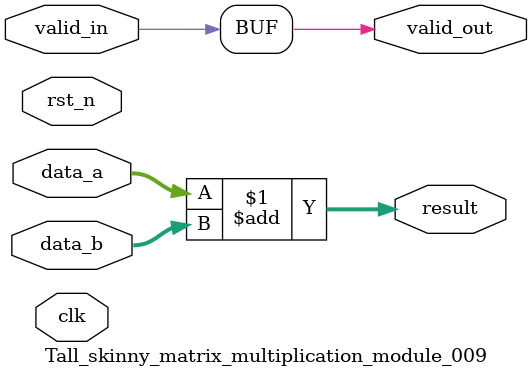
<source format=v>

module Tall_skinny_matrix_multiplication_module_009 (
    input clk,
    input rst_n,
    input valid_in,
    output valid_out,
    // Add specific ports based on operator type
    input [31:0] data_a,
    input [31:0] data_b,
    output [31:0] result
);

    // Module implementation would go here
    // This is a template - actual implementation depends on the operator
    
        // Matrix multiplication placeholder
    // Actual implementation would require systolic array or similar
    assign result = data_a + data_b; // Simplified
    assign valid_out = valid_in;

endmodule

</source>
